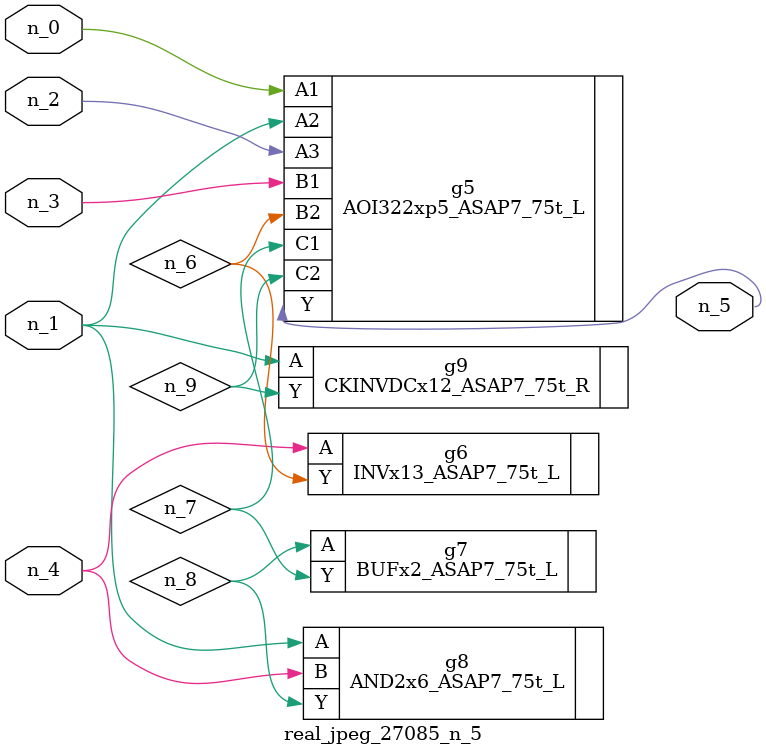
<source format=v>
module real_jpeg_27085_n_5 (n_4, n_0, n_1, n_2, n_3, n_5);

input n_4;
input n_0;
input n_1;
input n_2;
input n_3;

output n_5;

wire n_8;
wire n_6;
wire n_7;
wire n_9;

AOI322xp5_ASAP7_75t_L g5 ( 
.A1(n_0),
.A2(n_1),
.A3(n_2),
.B1(n_3),
.B2(n_6),
.C1(n_7),
.C2(n_9),
.Y(n_5)
);

AND2x6_ASAP7_75t_L g8 ( 
.A(n_1),
.B(n_4),
.Y(n_8)
);

CKINVDCx12_ASAP7_75t_R g9 ( 
.A(n_1),
.Y(n_9)
);

INVx13_ASAP7_75t_L g6 ( 
.A(n_4),
.Y(n_6)
);

BUFx2_ASAP7_75t_L g7 ( 
.A(n_8),
.Y(n_7)
);


endmodule
</source>
